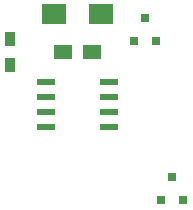
<source format=gbr>
G04 #@! TF.FileFunction,Paste,Top*
%FSLAX46Y46*%
G04 Gerber Fmt 4.6, Leading zero omitted, Abs format (unit mm)*
G04 Created by KiCad (PCBNEW 4.0.2-stable) date 5/25/2016 08:06:47*
%MOMM*%
G01*
G04 APERTURE LIST*
%ADD10C,0.100000*%
%ADD11R,1.550000X0.600000*%
%ADD12R,2.000000X1.700000*%
%ADD13R,0.900000X1.200000*%
%ADD14R,0.800100X0.800100*%
%ADD15R,1.500000X1.250000*%
G04 APERTURE END LIST*
D10*
D11*
X147160000Y-107315000D03*
X147160000Y-108585000D03*
X147160000Y-109855000D03*
X147160000Y-111125000D03*
X152560000Y-111125000D03*
X152560000Y-109855000D03*
X152560000Y-108585000D03*
X152560000Y-107315000D03*
D12*
X151860000Y-101600000D03*
X147860000Y-101600000D03*
D13*
X144145000Y-105875000D03*
X144145000Y-103675000D03*
D14*
X154625000Y-103870760D03*
X156525000Y-103870760D03*
X155575000Y-101871780D03*
D15*
X148610000Y-104775000D03*
X151110000Y-104775000D03*
D14*
X156936400Y-117332760D03*
X158836400Y-117332760D03*
X157886400Y-115333780D03*
M02*

</source>
